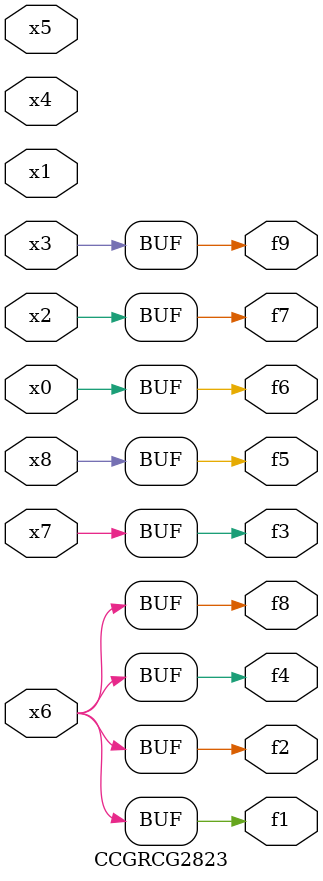
<source format=v>
module CCGRCG2823(
	input x0, x1, x2, x3, x4, x5, x6, x7, x8,
	output f1, f2, f3, f4, f5, f6, f7, f8, f9
);
	assign f1 = x6;
	assign f2 = x6;
	assign f3 = x7;
	assign f4 = x6;
	assign f5 = x8;
	assign f6 = x0;
	assign f7 = x2;
	assign f8 = x6;
	assign f9 = x3;
endmodule

</source>
